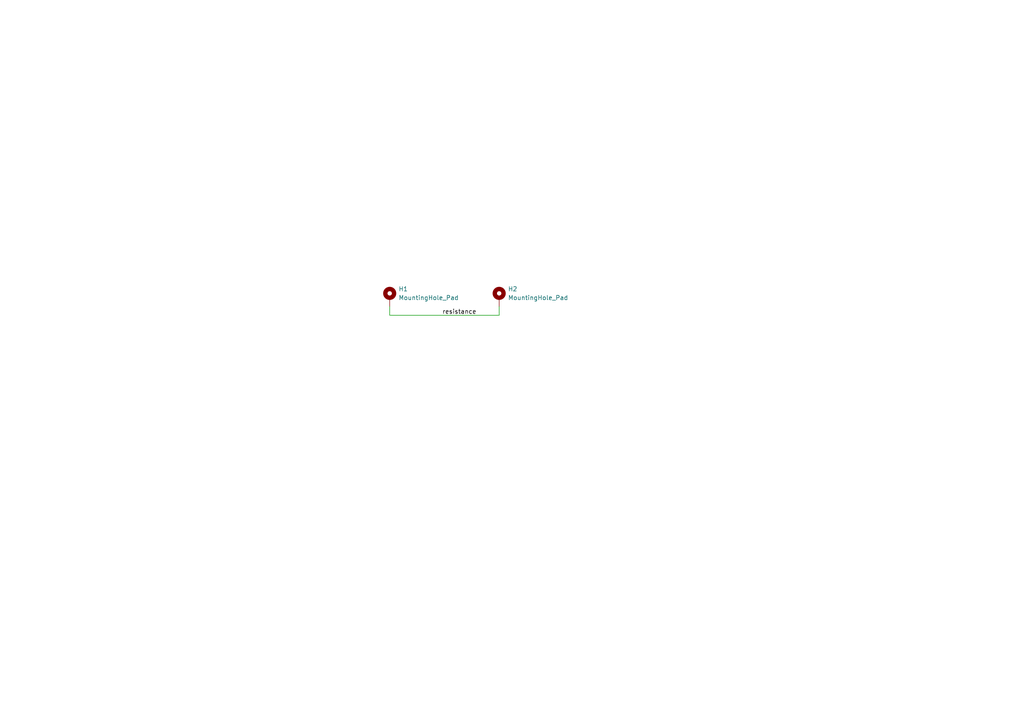
<source format=kicad_sch>
(kicad_sch (version 20231120) (generator "eeschema") (generator_version "8.0")
  (paper "A4")
  (lib_symbols
    (symbol "Mechanical:MountingHole_Pad" (pin_numbers hide) (pin_names (offset 1.016) hide)
      (property "Reference" "H" (at 0 6.35 0))
      (property "Value" "MountingHole_Pad" (at 0 4.445 0))
      (symbol "MountingHole_Pad_0_1"
        (circle (center 0 1.27) (radius 1.27) (stroke (width 1.27)))
      )
      (symbol "MountingHole_Pad_1_1"
        (pin input line (at 0 -2.54 90) (length 2.54) (name "1") (number "1"))
      )
    )
  )
  (wire (pts (xy 113.03 91.44) (xy 144.78 91.44)))
  (wire (pts (xy 144.78 91.44) (xy 144.78 88.9)))
  (wire (pts (xy 113.03 88.9) (xy 113.03 91.44)))
  (label "resistance" (at 128.27 91.44 0))
  (symbol (lib_id "Mechanical:MountingHole_Pad") (at 113.03 86.36 0) (unit 1)
    (property "Reference" "H1" (at 115.57 83.8199 0) (effects (justify left)))
    (property "Value" "MountingHole_Pad" (at 115.57 86.3599 0) (effects (justify left)))
    (property "Footprint" "MountingHole:MountingHole_2.2mm_M2_Pad" (effects (hide yes)))
    (property "Description" "Mounting Hole with connection" (effects (hide yes)))
  )
  (symbol (lib_id "Mechanical:MountingHole_Pad") (at 144.78 86.36 0) (unit 1)
    (property "Reference" "H2" (at 147.32 83.8199 0) (effects (justify left)))
    (property "Value" "MountingHole_Pad" (at 147.32 86.3599 0) (effects (justify left)))
    (property "Footprint" "MountingHole:MountingHole_2.2mm_M2_Pad" (effects (hide yes)))
    (property "Description" "Mounting Hole with connection" (effects (hide yes)))
  )
)
</source>
